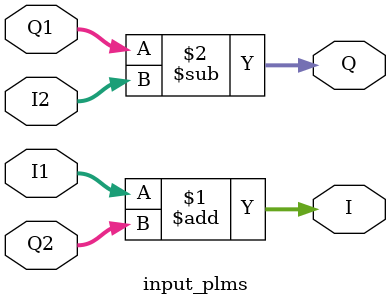
<source format=v>
`timescale 1ns / 1ps


module input_plms(I1, Q1, I2, Q2, I, Q);
    input signed [17:0] I1, Q1, I2, Q2;
    output signed [17:0] I, Q;
    assign I = I1 + Q2;
    assign Q = Q1 - I2;
    // I1 + jQ1 - j(I2 + jQ2)
endmodule

</source>
